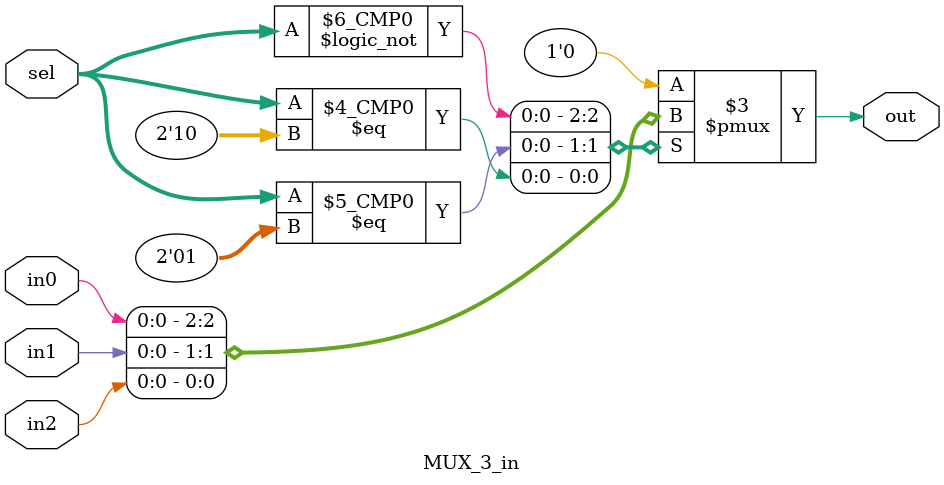
<source format=v>
module MUX_3_in (
    input in0, in1, in2,
    input [1:0] sel,
    output reg out
);
    always @(*) begin
        case(sel)
        2'b00: out = in0;
        2'b01: out = in1;
        2'b10: out = in2;
        default: out = 1'b0;
        endcase
    end
endmodule
</source>
